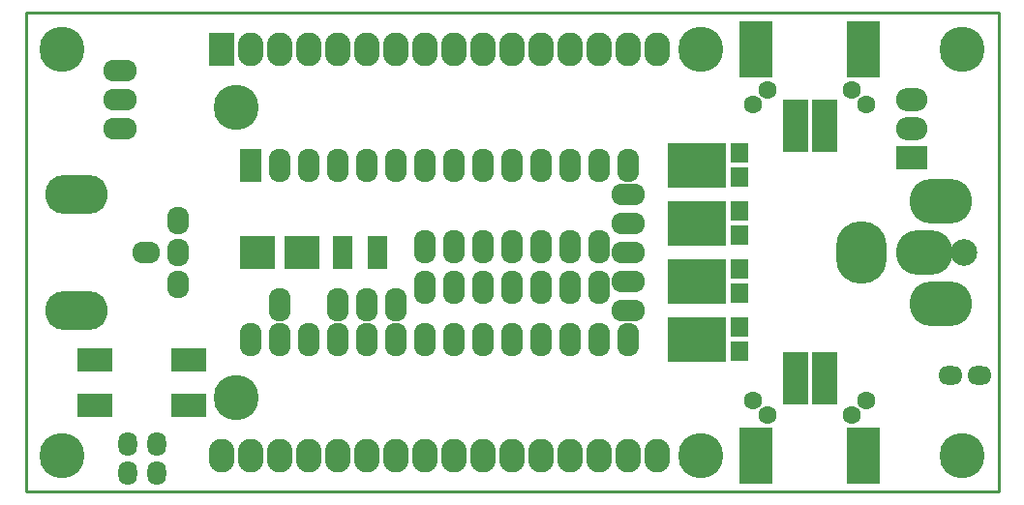
<source format=gts>
G04 #@! TF.GenerationSoftware,KiCad,Pcbnew,5.0.0-rc2-dev-unknown-482fd86~64~ubuntu16.04.1*
G04 #@! TF.CreationDate,2018-04-24T12:51:52-04:00*
G04 #@! TF.ProjectId,modular_device_base_3x2,6D6F64756C61725F6465766963655F62,1.2*
G04 #@! TF.SameCoordinates,Original*
G04 #@! TF.FileFunction,Soldermask,Top*
G04 #@! TF.FilePolarity,Negative*
%FSLAX46Y46*%
G04 Gerber Fmt 4.6, Leading zero omitted, Abs format (unit mm)*
G04 Created by KiCad (PCBNEW 5.0.0-rc2-dev-unknown-482fd86~64~ubuntu16.04.1) date Tue Apr 24 12:51:52 2018*
%MOMM*%
%LPD*%
G01*
G04 APERTURE LIST*
%ADD10C,0.228600*%
%ADD11C,3.956000*%
%ADD12O,2.254200X2.940000*%
%ADD13R,2.254200X2.940000*%
%ADD14O,2.133600X1.625600*%
%ADD15O,1.625600X2.133600*%
%ADD16R,2.743200X2.057400*%
%ADD17O,2.743200X2.057400*%
%ADD18R,1.640000X1.800000*%
%ADD19R,5.160000X4.000000*%
%ADD20O,2.940000X1.924000*%
%ADD21R,3.067000X1.990040*%
%ADD22R,2.178000X4.591000*%
%ADD23C,1.600200*%
%ADD24R,2.997200X5.029200*%
%ADD25R,1.670000X2.940000*%
%ADD26R,3.110000X2.900000*%
%ADD27R,1.924000X2.940000*%
%ADD28O,1.924000X2.940000*%
%ADD29O,5.480000X3.448000*%
%ADD30O,2.432000X1.924000*%
%ADD31O,1.924000X2.432000*%
%ADD32C,2.330400*%
%ADD33O,4.972000X3.956000*%
%ADD34O,4.464000X5.480000*%
%ADD35O,5.480000X3.956000*%
G04 APERTURE END LIST*
D10*
X144145000Y-78740000D02*
X59055000Y-78740000D01*
X144145000Y-120650000D02*
X144145000Y-78740000D01*
X59055000Y-120650000D02*
X144145000Y-120650000D01*
X59055000Y-78740000D02*
X59055000Y-120650000D01*
D11*
X118110000Y-81915000D03*
X118110000Y-117475000D03*
X77470000Y-112395000D03*
X77470000Y-86995000D03*
D12*
X76200000Y-117475000D03*
X78740000Y-117475000D03*
X81280000Y-117475000D03*
X83820000Y-117475000D03*
X86360000Y-117475000D03*
X88900000Y-117475000D03*
X91440000Y-117475000D03*
X93980000Y-117475000D03*
X96520000Y-117475000D03*
X99060000Y-117475000D03*
X101600000Y-117475000D03*
X104140000Y-117475000D03*
X106680000Y-117475000D03*
X109220000Y-117475000D03*
X111760000Y-117475000D03*
X114300000Y-117475000D03*
X114300000Y-81915000D03*
X111760000Y-81915000D03*
X109220000Y-81915000D03*
X106680000Y-81915000D03*
X104140000Y-81915000D03*
X101600000Y-81915000D03*
X99060000Y-81915000D03*
X96520000Y-81915000D03*
X93980000Y-81915000D03*
X91440000Y-81915000D03*
X88900000Y-81915000D03*
X86360000Y-81915000D03*
X83820000Y-81915000D03*
D13*
X76200000Y-81915000D03*
D12*
X81280000Y-81915000D03*
X78740000Y-81915000D03*
D14*
X139954000Y-110490000D03*
X142494000Y-110490000D03*
D15*
X67945000Y-116459000D03*
X67945000Y-118999000D03*
X70485000Y-116459000D03*
X70485000Y-118999000D03*
D16*
X136525000Y-91440000D03*
D17*
X136525000Y-86360000D03*
X136525000Y-88900000D03*
D18*
X121525000Y-93140000D03*
X121525000Y-91010000D03*
D19*
X117725000Y-92075000D03*
D18*
X121525000Y-103300000D03*
X121525000Y-101170000D03*
D19*
X117725000Y-102235000D03*
D20*
X67310000Y-86360000D03*
X67310000Y-88900000D03*
X67310000Y-83820000D03*
D21*
X73342500Y-109126020D03*
X65087500Y-109126020D03*
X73342500Y-113123980D03*
X65087500Y-113123980D03*
D22*
X128905000Y-110744000D03*
X126365000Y-110744000D03*
D23*
X131318000Y-113919000D03*
X123952000Y-113919000D03*
D24*
X132359400Y-117475000D03*
X122910600Y-117475000D03*
D25*
X86741000Y-99695000D03*
X89789000Y-99695000D03*
D26*
X83220000Y-99695000D03*
X79340000Y-99695000D03*
D11*
X62230000Y-81915000D03*
X62230000Y-117475000D03*
X140970000Y-81915000D03*
D27*
X78740000Y-92075000D03*
D28*
X81280000Y-92075000D03*
X83820000Y-92075000D03*
X86360000Y-92075000D03*
X88900000Y-92075000D03*
X91440000Y-92075000D03*
X93980000Y-92075000D03*
X96520000Y-92075000D03*
X99060000Y-92075000D03*
X101600000Y-92075000D03*
X104140000Y-92075000D03*
X106680000Y-92075000D03*
X109220000Y-92075000D03*
X111760000Y-92075000D03*
X111760000Y-107315000D03*
X109220000Y-107315000D03*
X106680000Y-107315000D03*
X104140000Y-107315000D03*
X101600000Y-107315000D03*
X99060000Y-107315000D03*
X96520000Y-107315000D03*
X93980000Y-107315000D03*
X91440000Y-107315000D03*
X88900000Y-107315000D03*
X86360000Y-107315000D03*
X83820000Y-107315000D03*
X81280000Y-107315000D03*
X78740000Y-107315000D03*
D20*
X111760000Y-104775000D03*
X111760000Y-102235000D03*
X111760000Y-99695000D03*
X111760000Y-97155000D03*
X111760000Y-94615000D03*
D28*
X81280000Y-104267000D03*
X86360000Y-104267000D03*
X88900000Y-104267000D03*
X91440000Y-104267000D03*
X93980000Y-102743000D03*
X93980000Y-99187000D03*
X96520000Y-102743000D03*
X96520000Y-99187000D03*
X99060000Y-99187000D03*
X101600000Y-99187000D03*
X104140000Y-99187000D03*
X106680000Y-99187000D03*
X109220000Y-99187000D03*
X99060000Y-102743000D03*
X101600000Y-102743000D03*
X104140000Y-102743000D03*
X106680000Y-102743000D03*
X109220000Y-102743000D03*
D29*
X63500000Y-104775000D03*
X63500000Y-94615000D03*
D30*
X69596000Y-99695000D03*
D31*
X72390000Y-99695000D03*
X72390000Y-96901000D03*
X72390000Y-102489000D03*
D23*
X122682000Y-86741000D03*
X132588000Y-86741000D03*
D22*
X126365000Y-88646000D03*
X128905000Y-88646000D03*
D23*
X123952000Y-85471000D03*
X131318000Y-85471000D03*
D24*
X122910600Y-81915000D03*
X132359400Y-81915000D03*
D23*
X122682000Y-112649000D03*
X132588000Y-112649000D03*
D32*
X141147800Y-99695000D03*
D33*
X137642600Y-99695000D03*
D34*
X132156200Y-99695000D03*
D35*
X139141200Y-104190800D03*
X139141200Y-95199200D03*
D11*
X140970000Y-117475000D03*
D18*
X121525000Y-98220000D03*
X121525000Y-96090000D03*
D19*
X117725000Y-97155000D03*
D18*
X121525000Y-108380000D03*
X121525000Y-106250000D03*
D19*
X117725000Y-107315000D03*
M02*

</source>
